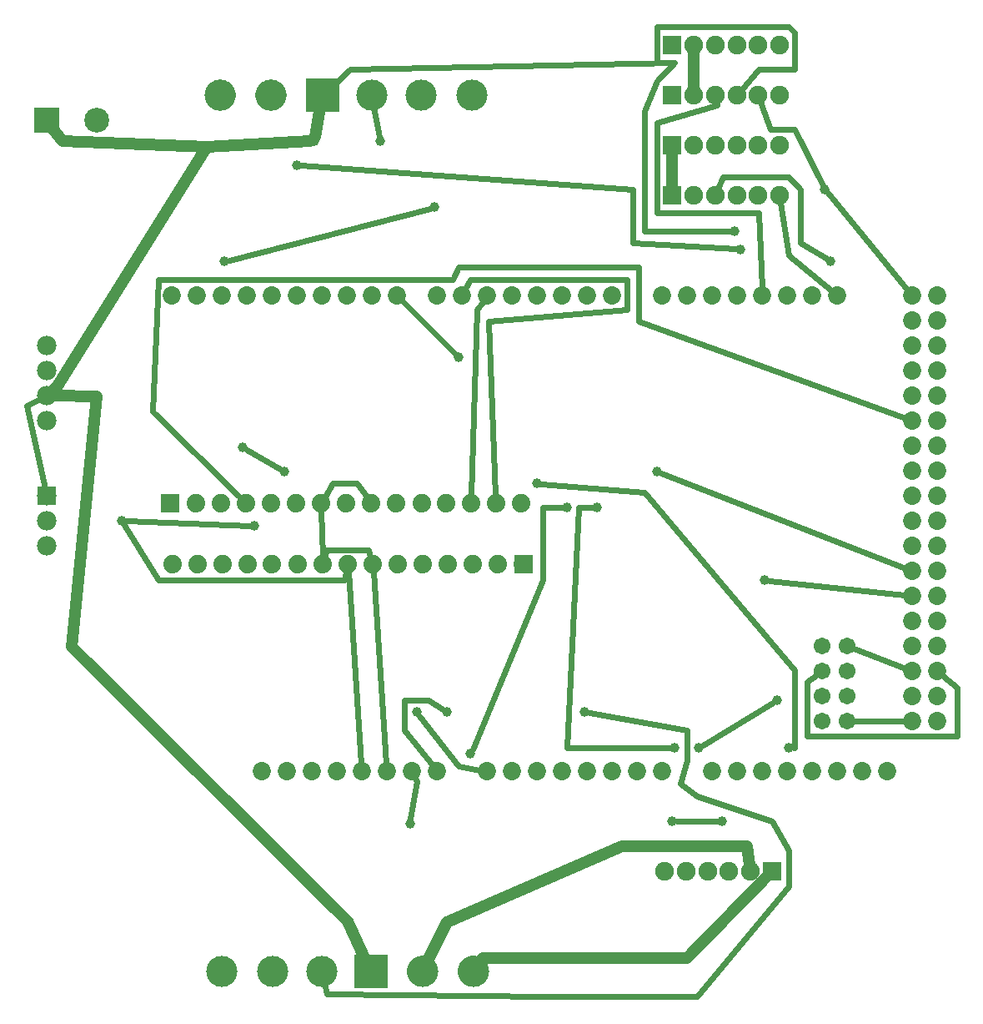
<source format=gbl>
G04 MADE WITH FRITZING*
G04 WWW.FRITZING.ORG*
G04 DOUBLE SIDED*
G04 HOLES PLATED*
G04 CONTOUR ON CENTER OF CONTOUR VECTOR*
%ASAXBY*%
%FSLAX23Y23*%
%MOIN*%
%OFA0B0*%
%SFA1.0B1.0*%
%ADD10C,0.078000*%
%ADD11C,0.099055*%
%ADD12C,0.075000*%
%ADD13C,0.067278*%
%ADD14C,0.072917*%
%ADD15C,0.074000*%
%ADD16C,0.124111*%
%ADD17C,0.124125*%
%ADD18C,0.039370*%
%ADD19R,0.099055X0.099055*%
%ADD20R,0.078000X0.078000*%
%ADD21R,0.075000X0.075000*%
%ADD22R,0.072555X0.072555*%
%ADD23R,0.132161X0.132161*%
%ADD24C,0.024000*%
%ADD25C,0.048000*%
%ADD26R,0.001000X0.001000*%
%LNCOPPER0*%
G90*
G70*
G54D10*
X285Y2717D03*
X285Y2617D03*
X285Y2517D03*
X285Y2417D03*
G54D11*
X285Y3617D03*
X485Y3617D03*
G54D10*
X285Y2117D03*
X285Y2017D03*
X285Y1917D03*
G54D12*
X2785Y3317D03*
X2871Y3317D03*
X2958Y3317D03*
X3044Y3317D03*
X3130Y3317D03*
X3216Y3317D03*
X2785Y3517D03*
X2871Y3517D03*
X2958Y3517D03*
X3044Y3517D03*
X3130Y3517D03*
X3216Y3517D03*
X2785Y3917D03*
X2871Y3917D03*
X2958Y3917D03*
X3044Y3917D03*
X3130Y3917D03*
X3216Y3917D03*
X2785Y3717D03*
X2871Y3717D03*
X2958Y3717D03*
X3044Y3717D03*
X3130Y3717D03*
X3216Y3717D03*
G54D13*
X3385Y1217D03*
X3385Y1316D03*
X3385Y1416D03*
X3385Y1517D03*
X3485Y1217D03*
X3485Y1316D03*
X3485Y1416D03*
X3485Y1517D03*
G54D12*
X3185Y617D03*
X3099Y617D03*
X3013Y617D03*
X2927Y617D03*
X2841Y617D03*
X2755Y617D03*
G54D14*
X3045Y1017D03*
X1445Y1017D03*
X3145Y1017D03*
X3245Y1017D03*
X3345Y1017D03*
X3445Y1017D03*
X3745Y2417D03*
X3545Y1017D03*
X3645Y1017D03*
X1485Y2917D03*
X2045Y1017D03*
X2145Y1017D03*
X2245Y1017D03*
X2345Y1017D03*
X3745Y1617D03*
X2445Y1017D03*
X2545Y1017D03*
X2645Y1017D03*
X2745Y1017D03*
X2245Y2917D03*
X3745Y2817D03*
X3745Y2017D03*
X3745Y1217D03*
X1085Y2917D03*
X1845Y1017D03*
X1845Y2917D03*
X3745Y2617D03*
X3745Y2217D03*
X3745Y1817D03*
X3445Y2917D03*
X3745Y1417D03*
X3345Y2917D03*
X3245Y2917D03*
X3145Y2917D03*
X3045Y2917D03*
X2945Y2917D03*
X2845Y2917D03*
X2745Y2917D03*
X885Y2917D03*
X1285Y2917D03*
X1685Y2917D03*
X1245Y1017D03*
X1645Y1017D03*
X2445Y2917D03*
X2045Y2917D03*
X3745Y2917D03*
X3745Y2717D03*
X3745Y2517D03*
X3745Y2317D03*
X3745Y2117D03*
X3745Y1917D03*
X3745Y1717D03*
X3745Y1517D03*
X3745Y1317D03*
X785Y2917D03*
X985Y2917D03*
X1185Y2917D03*
X1385Y2917D03*
X1585Y2917D03*
X1145Y1017D03*
X1345Y1017D03*
X1545Y1017D03*
X1745Y1017D03*
X2545Y2917D03*
X2345Y2917D03*
X2145Y2917D03*
X1945Y2917D03*
X3845Y2917D03*
X3845Y2817D03*
X3845Y2717D03*
X3845Y2617D03*
X3845Y2517D03*
X3845Y2417D03*
X3845Y2317D03*
X3845Y2217D03*
X3845Y2117D03*
X3845Y2017D03*
X3845Y1917D03*
X3845Y1817D03*
X3845Y1717D03*
X3845Y1617D03*
X3845Y1517D03*
X3845Y1417D03*
X3845Y1317D03*
X3845Y1217D03*
X2945Y1017D03*
G54D15*
X2190Y1845D03*
X2089Y1845D03*
X1989Y1845D03*
X1889Y1845D03*
X1790Y1845D03*
X1689Y1845D03*
X1589Y1845D03*
X1489Y1845D03*
X1387Y1844D03*
X1290Y1845D03*
X1184Y1845D03*
X1088Y1845D03*
X989Y1845D03*
X890Y1845D03*
X789Y1845D03*
G54D16*
X985Y217D03*
X1188Y217D03*
X1386Y217D03*
G54D17*
X1583Y217D03*
X1789Y217D03*
G54D16*
X1991Y217D03*
G54D15*
X780Y2088D03*
X881Y2088D03*
X982Y2088D03*
X1081Y2088D03*
X1181Y2088D03*
X1282Y2088D03*
X1382Y2088D03*
X1482Y2088D03*
X1583Y2089D03*
X1681Y2088D03*
X1786Y2088D03*
X1882Y2088D03*
X1982Y2088D03*
X2081Y2088D03*
X2181Y2088D03*
G54D16*
X1985Y3717D03*
X1783Y3717D03*
X1585Y3717D03*
G54D17*
X1388Y3717D03*
X1182Y3717D03*
G54D16*
X980Y3717D03*
G54D18*
X1932Y2670D03*
X2244Y2166D03*
X3252Y1110D03*
X3204Y1302D03*
X2892Y1110D03*
X1980Y1086D03*
X2364Y2070D03*
X2724Y2214D03*
X3156Y1782D03*
X2796Y1110D03*
X2484Y2070D03*
X1068Y2310D03*
X1236Y2214D03*
X3420Y3054D03*
X1737Y809D03*
X1356Y3534D03*
X3036Y3174D03*
X1116Y1998D03*
X3060Y3102D03*
X1284Y3438D03*
X3396Y3342D03*
X2785Y817D03*
X2985Y817D03*
X1764Y1254D03*
X2436Y1254D03*
X1884Y1254D03*
X1620Y3534D03*
X1836Y3270D03*
X996Y3054D03*
X585Y2017D03*
G54D19*
X285Y3617D03*
G54D20*
X285Y2117D03*
G54D21*
X2785Y3317D03*
X2785Y3517D03*
X2785Y3917D03*
X2785Y3717D03*
X3185Y617D03*
G54D22*
X2191Y1845D03*
G54D23*
X1582Y217D03*
G54D22*
X780Y2088D03*
G54D23*
X1389Y3716D03*
G54D24*
X3717Y1427D02*
X3511Y1506D01*
D02*
X2027Y2892D02*
X2004Y2862D01*
X2004Y2862D02*
X1983Y2120D01*
D02*
X3868Y1397D02*
X3924Y1350D01*
X3924Y1350D02*
X3924Y1158D01*
X3924Y1158D02*
X3324Y1158D01*
X3324Y1158D02*
X3324Y1374D01*
X3324Y1374D02*
X3362Y1400D01*
D02*
X1707Y2895D02*
X1919Y2683D01*
D02*
X2263Y2164D02*
X2676Y2130D01*
X2676Y2130D02*
X3276Y1422D01*
X3276Y1422D02*
X3276Y1110D01*
X3276Y1110D02*
X3271Y1110D01*
D02*
X3188Y1292D02*
X2908Y1120D01*
D02*
X1960Y2943D02*
X1980Y2982D01*
X1980Y2982D02*
X2604Y2982D01*
X2604Y2982D02*
X2604Y2862D01*
X2604Y2862D02*
X2052Y2814D01*
X2052Y2814D02*
X2080Y2120D01*
G54D25*
D02*
X3165Y596D02*
X2844Y270D01*
X2844Y270D02*
X2028Y270D01*
X2028Y270D02*
X2017Y254D01*
D02*
X2785Y3345D02*
X2785Y3488D01*
D02*
X3095Y645D02*
X3085Y716D01*
D02*
X3085Y716D02*
X2586Y716D01*
D02*
X1884Y415D02*
X1813Y267D01*
D02*
X2586Y716D02*
X1884Y415D01*
G54D24*
D02*
X1987Y1103D02*
X2268Y1782D01*
X2268Y1782D02*
X2268Y2070D01*
X2268Y2070D02*
X2345Y2070D01*
G54D25*
D02*
X2871Y3888D02*
X2871Y3745D01*
G54D24*
D02*
X3717Y1827D02*
X2742Y2207D01*
D02*
X3175Y1779D02*
X3715Y1720D01*
D02*
X2777Y1110D02*
X2364Y1110D01*
X2364Y1110D02*
X2412Y2070D01*
X2412Y2070D02*
X2465Y2070D01*
D02*
X1059Y2110D02*
X708Y2454D01*
X708Y2454D02*
X732Y2982D01*
X732Y2982D02*
X1908Y2982D01*
X1908Y2982D02*
X1932Y3030D01*
X1932Y3030D02*
X2652Y3030D01*
X2652Y3030D02*
X2652Y2814D01*
X2652Y2814D02*
X3717Y2427D01*
D02*
X3144Y2947D02*
X3132Y3246D01*
X3132Y3246D02*
X2724Y3246D01*
X2724Y3246D02*
X2724Y3606D01*
X2724Y3606D02*
X2964Y3678D01*
X2964Y3678D02*
X2962Y3688D01*
D02*
X1084Y2300D02*
X1220Y2223D01*
D02*
X3220Y3288D02*
X3252Y3078D01*
X3252Y3078D02*
X3422Y2936D01*
D02*
X2969Y3343D02*
X2988Y3390D01*
X2988Y3390D02*
X3252Y3390D01*
X3252Y3390D02*
X3300Y3342D01*
X3300Y3342D02*
X3300Y3126D01*
X3300Y3126D02*
X3404Y3063D01*
D02*
X1396Y1874D02*
X1404Y1902D01*
X1404Y1902D02*
X1572Y1902D01*
X1572Y1902D02*
X1580Y1875D01*
D02*
X1383Y2057D02*
X1387Y1876D01*
D02*
X1564Y2113D02*
X1524Y2166D01*
X1524Y2166D02*
X1428Y2166D01*
X1428Y2166D02*
X1398Y2115D01*
D02*
X1643Y1047D02*
X1591Y1814D01*
D02*
X3513Y1217D02*
X3715Y1217D01*
D02*
X1740Y827D02*
X1764Y978D01*
X1764Y978D02*
X1758Y989D01*
G54D25*
D02*
X1380Y3672D02*
X1359Y3552D01*
D02*
X308Y2536D02*
X324Y2550D01*
X324Y2550D02*
X924Y3510D01*
X924Y3510D02*
X1337Y3533D01*
G54D24*
D02*
X279Y2146D02*
X204Y2478D01*
X204Y2478D02*
X258Y2504D01*
G54D25*
D02*
X310Y3584D02*
X348Y3534D01*
X348Y3534D02*
X924Y3510D01*
G54D24*
D02*
X3062Y3738D02*
X3132Y3822D01*
X3132Y3822D02*
X3276Y3822D01*
X3276Y3822D02*
X3276Y3966D01*
X3276Y3966D02*
X3252Y3990D01*
X3252Y3990D02*
X2724Y3990D01*
X2724Y3990D02*
X2724Y3846D01*
X2724Y3846D02*
X2796Y3846D01*
X2796Y3846D02*
X1500Y3822D01*
X1500Y3822D02*
X1421Y3748D01*
D02*
X3017Y3174D02*
X2676Y3174D01*
X2676Y3174D02*
X2676Y3654D01*
X2676Y3654D02*
X2724Y3774D01*
X2724Y3774D02*
X2796Y3846D01*
D02*
X1097Y1998D02*
X604Y2017D01*
D02*
X595Y2001D02*
X732Y1782D01*
X732Y1782D02*
X1476Y1782D01*
X1476Y1782D02*
X1483Y1814D01*
D02*
X1543Y1047D02*
X1491Y1814D01*
D02*
X3041Y3103D02*
X2628Y3126D01*
X2628Y3126D02*
X2628Y3342D01*
X2628Y3342D02*
X1303Y3436D01*
D02*
X3408Y3327D02*
X3726Y2940D01*
D02*
X3140Y3690D02*
X3180Y3582D01*
X3180Y3582D02*
X3276Y3582D01*
X3276Y3582D02*
X3388Y3359D01*
D02*
X2804Y817D02*
X2966Y817D01*
D02*
X1776Y1239D02*
X1932Y1038D01*
X1932Y1038D02*
X2016Y1022D01*
D02*
X1395Y172D02*
X1404Y126D01*
X1404Y126D02*
X2286Y117D01*
D02*
X2286Y117D02*
X2885Y117D01*
D02*
X2885Y117D02*
X3252Y558D01*
X3252Y558D02*
X3252Y702D01*
D02*
X2886Y918D02*
X2820Y966D01*
D02*
X3186Y817D02*
X2886Y918D01*
D02*
X3252Y702D02*
X3186Y817D01*
D02*
X2820Y966D02*
X2844Y1062D01*
X2844Y1062D02*
X2844Y1182D01*
X2844Y1182D02*
X2455Y1250D01*
D02*
X1868Y1264D02*
X1812Y1302D01*
X1812Y1302D02*
X1716Y1302D01*
X1716Y1302D02*
X1716Y1182D01*
X1716Y1182D02*
X1827Y1040D01*
D02*
X1593Y3672D02*
X1616Y3552D01*
D02*
X1818Y3265D02*
X1014Y3058D01*
G54D25*
D02*
X384Y1515D02*
X486Y2515D01*
D02*
X486Y2515D02*
X315Y2516D01*
D02*
X1487Y416D02*
X384Y1515D01*
D02*
X1563Y257D02*
X1487Y416D01*
G54D26*
X972Y3779D02*
X986Y3779D01*
X1174Y3779D02*
X1188Y3779D01*
X1380Y3779D02*
X1394Y3779D01*
X966Y3778D02*
X992Y3778D01*
X1168Y3778D02*
X1194Y3778D01*
X1374Y3778D02*
X1400Y3778D01*
X962Y3777D02*
X996Y3777D01*
X1165Y3777D02*
X1198Y3777D01*
X1371Y3777D02*
X1404Y3777D01*
X959Y3776D02*
X999Y3776D01*
X1161Y3776D02*
X1201Y3776D01*
X1367Y3776D02*
X1407Y3776D01*
X956Y3775D02*
X1002Y3775D01*
X1159Y3775D02*
X1204Y3775D01*
X1365Y3775D02*
X1410Y3775D01*
X954Y3774D02*
X1004Y3774D01*
X1156Y3774D02*
X1206Y3774D01*
X1362Y3774D02*
X1412Y3774D01*
X952Y3773D02*
X1006Y3773D01*
X1154Y3773D02*
X1208Y3773D01*
X1360Y3773D02*
X1414Y3773D01*
X950Y3772D02*
X1008Y3772D01*
X1152Y3772D02*
X1210Y3772D01*
X1358Y3772D02*
X1416Y3772D01*
X948Y3771D02*
X1010Y3771D01*
X1151Y3771D02*
X1212Y3771D01*
X1357Y3771D02*
X1418Y3771D01*
X946Y3770D02*
X1011Y3770D01*
X1149Y3770D02*
X1214Y3770D01*
X1355Y3770D02*
X1420Y3770D01*
X945Y3769D02*
X1013Y3769D01*
X1147Y3769D02*
X1215Y3769D01*
X1353Y3769D02*
X1421Y3769D01*
X943Y3768D02*
X1014Y3768D01*
X1146Y3768D02*
X1217Y3768D01*
X1352Y3768D02*
X1423Y3768D01*
X942Y3767D02*
X1015Y3767D01*
X1145Y3767D02*
X1218Y3767D01*
X1351Y3767D02*
X1424Y3767D01*
X941Y3766D02*
X1017Y3766D01*
X1143Y3766D02*
X1219Y3766D01*
X1349Y3766D02*
X1425Y3766D01*
X939Y3765D02*
X1018Y3765D01*
X1142Y3765D02*
X1221Y3765D01*
X1348Y3765D02*
X1427Y3765D01*
X938Y3764D02*
X1019Y3764D01*
X1141Y3764D02*
X1222Y3764D01*
X1347Y3764D02*
X1428Y3764D01*
X937Y3763D02*
X1020Y3763D01*
X1140Y3763D02*
X1223Y3763D01*
X1346Y3763D02*
X1429Y3763D01*
X936Y3762D02*
X1021Y3762D01*
X1139Y3762D02*
X1224Y3762D01*
X1345Y3762D02*
X1430Y3762D01*
X935Y3761D02*
X1022Y3761D01*
X1138Y3761D02*
X1225Y3761D01*
X1344Y3761D02*
X1431Y3761D01*
X934Y3760D02*
X1023Y3760D01*
X1137Y3760D02*
X1226Y3760D01*
X1343Y3760D02*
X1432Y3760D01*
X933Y3759D02*
X1024Y3759D01*
X1136Y3759D02*
X1227Y3759D01*
X1342Y3759D02*
X1433Y3759D01*
X932Y3758D02*
X1025Y3758D01*
X1135Y3758D02*
X1228Y3758D01*
X1341Y3758D02*
X1434Y3758D01*
X932Y3757D02*
X1026Y3757D01*
X1134Y3757D02*
X1229Y3757D01*
X1340Y3757D02*
X1435Y3757D01*
X931Y3756D02*
X1027Y3756D01*
X1133Y3756D02*
X1229Y3756D01*
X1339Y3756D02*
X1435Y3756D01*
X930Y3755D02*
X1028Y3755D01*
X1133Y3755D02*
X1230Y3755D01*
X1338Y3755D02*
X1436Y3755D01*
X929Y3754D02*
X1028Y3754D01*
X1132Y3754D02*
X1231Y3754D01*
X1338Y3754D02*
X1437Y3754D01*
X929Y3753D02*
X1029Y3753D01*
X1131Y3753D02*
X1232Y3753D01*
X1337Y3753D02*
X1438Y3753D01*
X928Y3752D02*
X1030Y3752D01*
X1130Y3752D02*
X1232Y3752D01*
X1336Y3752D02*
X1438Y3752D01*
X927Y3751D02*
X971Y3751D01*
X987Y3751D02*
X1030Y3751D01*
X1130Y3751D02*
X1173Y3751D01*
X1189Y3751D02*
X1233Y3751D01*
X1336Y3751D02*
X1379Y3751D01*
X1395Y3751D02*
X1439Y3751D01*
X927Y3750D02*
X967Y3750D01*
X990Y3750D02*
X1031Y3750D01*
X1129Y3750D02*
X1170Y3750D01*
X1193Y3750D02*
X1234Y3750D01*
X1335Y3750D02*
X1376Y3750D01*
X1399Y3750D02*
X1439Y3750D01*
X926Y3749D02*
X965Y3749D01*
X993Y3749D02*
X1032Y3749D01*
X1128Y3749D02*
X1167Y3749D01*
X1195Y3749D02*
X1234Y3749D01*
X1334Y3749D02*
X1373Y3749D01*
X1401Y3749D02*
X1440Y3749D01*
X925Y3748D02*
X963Y3748D01*
X995Y3748D02*
X1032Y3748D01*
X1128Y3748D02*
X1165Y3748D01*
X1197Y3748D02*
X1235Y3748D01*
X1334Y3748D02*
X1371Y3748D01*
X1403Y3748D02*
X1441Y3748D01*
X925Y3747D02*
X961Y3747D01*
X997Y3747D02*
X1033Y3747D01*
X1127Y3747D02*
X1163Y3747D01*
X1199Y3747D02*
X1235Y3747D01*
X1333Y3747D02*
X1369Y3747D01*
X1405Y3747D02*
X1441Y3747D01*
X924Y3746D02*
X959Y3746D01*
X998Y3746D02*
X1033Y3746D01*
X1127Y3746D02*
X1162Y3746D01*
X1201Y3746D02*
X1236Y3746D01*
X1333Y3746D02*
X1368Y3746D01*
X1407Y3746D02*
X1442Y3746D01*
X924Y3745D02*
X958Y3745D01*
X1000Y3745D02*
X1034Y3745D01*
X1126Y3745D02*
X1160Y3745D01*
X1202Y3745D02*
X1236Y3745D01*
X1332Y3745D02*
X1366Y3745D01*
X1408Y3745D02*
X1442Y3745D01*
X923Y3744D02*
X957Y3744D01*
X1001Y3744D02*
X1034Y3744D01*
X1126Y3744D02*
X1159Y3744D01*
X1204Y3744D02*
X1237Y3744D01*
X1332Y3744D02*
X1365Y3744D01*
X1410Y3744D02*
X1443Y3744D01*
X923Y3743D02*
X955Y3743D01*
X1002Y3743D02*
X1035Y3743D01*
X1125Y3743D02*
X1158Y3743D01*
X1205Y3743D02*
X1237Y3743D01*
X1331Y3743D02*
X1364Y3743D01*
X1411Y3743D02*
X1443Y3743D01*
X922Y3742D02*
X954Y3742D01*
X1003Y3742D02*
X1035Y3742D01*
X1125Y3742D02*
X1157Y3742D01*
X1206Y3742D02*
X1238Y3742D01*
X1331Y3742D02*
X1363Y3742D01*
X1412Y3742D02*
X1444Y3742D01*
X922Y3741D02*
X953Y3741D01*
X1004Y3741D02*
X1036Y3741D01*
X1124Y3741D02*
X1156Y3741D01*
X1207Y3741D02*
X1238Y3741D01*
X1330Y3741D02*
X1362Y3741D01*
X1413Y3741D02*
X1444Y3741D01*
X922Y3740D02*
X952Y3740D01*
X1005Y3740D02*
X1036Y3740D01*
X1124Y3740D02*
X1155Y3740D01*
X1208Y3740D02*
X1239Y3740D01*
X1330Y3740D02*
X1361Y3740D01*
X1414Y3740D02*
X1445Y3740D01*
X921Y3739D02*
X952Y3739D01*
X1006Y3739D02*
X1036Y3739D01*
X1124Y3739D02*
X1154Y3739D01*
X1209Y3739D02*
X1239Y3739D01*
X1330Y3739D02*
X1360Y3739D01*
X1414Y3739D02*
X1445Y3739D01*
X921Y3738D02*
X951Y3738D01*
X1007Y3738D02*
X1037Y3738D01*
X1123Y3738D02*
X1153Y3738D01*
X1209Y3738D02*
X1239Y3738D01*
X1329Y3738D02*
X1359Y3738D01*
X1415Y3738D02*
X1445Y3738D01*
X920Y3737D02*
X950Y3737D01*
X1008Y3737D02*
X1037Y3737D01*
X1123Y3737D02*
X1153Y3737D01*
X1210Y3737D02*
X1240Y3737D01*
X1329Y3737D02*
X1359Y3737D01*
X1416Y3737D02*
X1446Y3737D01*
X920Y3736D02*
X949Y3736D01*
X1008Y3736D02*
X1037Y3736D01*
X1123Y3736D02*
X1152Y3736D01*
X1211Y3736D02*
X1240Y3736D01*
X1329Y3736D02*
X1358Y3736D01*
X1417Y3736D02*
X1446Y3736D01*
X920Y3735D02*
X949Y3735D01*
X1009Y3735D02*
X1038Y3735D01*
X1122Y3735D02*
X1151Y3735D01*
X1211Y3735D02*
X1240Y3735D01*
X1328Y3735D02*
X1357Y3735D01*
X1417Y3735D02*
X1446Y3735D01*
X920Y3734D02*
X948Y3734D01*
X1009Y3734D02*
X1038Y3734D01*
X1122Y3734D02*
X1151Y3734D01*
X1212Y3734D02*
X1241Y3734D01*
X1328Y3734D02*
X1357Y3734D01*
X1418Y3734D02*
X1446Y3734D01*
X919Y3733D02*
X948Y3733D01*
X1010Y3733D02*
X1038Y3733D01*
X1122Y3733D02*
X1150Y3733D01*
X1212Y3733D02*
X1241Y3733D01*
X1328Y3733D02*
X1356Y3733D01*
X1418Y3733D02*
X1447Y3733D01*
X919Y3732D02*
X947Y3732D01*
X1010Y3732D02*
X1038Y3732D01*
X1122Y3732D02*
X1150Y3732D01*
X1213Y3732D02*
X1241Y3732D01*
X1328Y3732D02*
X1356Y3732D01*
X1419Y3732D02*
X1447Y3732D01*
X919Y3731D02*
X947Y3731D01*
X1011Y3731D02*
X1039Y3731D01*
X1121Y3731D02*
X1149Y3731D01*
X1213Y3731D02*
X1241Y3731D01*
X1327Y3731D02*
X1355Y3731D01*
X1419Y3731D02*
X1447Y3731D01*
X919Y3730D02*
X946Y3730D01*
X1011Y3730D02*
X1039Y3730D01*
X1121Y3730D02*
X1149Y3730D01*
X1214Y3730D02*
X1242Y3730D01*
X1327Y3730D02*
X1355Y3730D01*
X1420Y3730D02*
X1447Y3730D01*
X918Y3729D02*
X946Y3729D01*
X1012Y3729D02*
X1039Y3729D01*
X1121Y3729D02*
X1149Y3729D01*
X1214Y3729D02*
X1242Y3729D01*
X1327Y3729D02*
X1355Y3729D01*
X1420Y3729D02*
X1448Y3729D01*
X918Y3728D02*
X946Y3728D01*
X1012Y3728D02*
X1039Y3728D01*
X1121Y3728D02*
X1148Y3728D01*
X1214Y3728D02*
X1242Y3728D01*
X1327Y3728D02*
X1354Y3728D01*
X1420Y3728D02*
X1448Y3728D01*
X918Y3727D02*
X945Y3727D01*
X1012Y3727D02*
X1039Y3727D01*
X1121Y3727D02*
X1148Y3727D01*
X1215Y3727D02*
X1242Y3727D01*
X1327Y3727D02*
X1354Y3727D01*
X1421Y3727D02*
X1448Y3727D01*
X918Y3726D02*
X945Y3726D01*
X1013Y3726D02*
X1040Y3726D01*
X1120Y3726D02*
X1148Y3726D01*
X1215Y3726D02*
X1242Y3726D01*
X1326Y3726D02*
X1354Y3726D01*
X1421Y3726D02*
X1448Y3726D01*
X918Y3725D02*
X945Y3725D01*
X1013Y3725D02*
X1040Y3725D01*
X1120Y3725D02*
X1147Y3725D01*
X1215Y3725D02*
X1242Y3725D01*
X1326Y3725D02*
X1353Y3725D01*
X1421Y3725D02*
X1448Y3725D01*
X918Y3724D02*
X945Y3724D01*
X1013Y3724D02*
X1040Y3724D01*
X1120Y3724D02*
X1147Y3724D01*
X1216Y3724D02*
X1242Y3724D01*
X1326Y3724D02*
X1353Y3724D01*
X1421Y3724D02*
X1448Y3724D01*
X918Y3723D02*
X944Y3723D01*
X1013Y3723D02*
X1040Y3723D01*
X1120Y3723D02*
X1147Y3723D01*
X1216Y3723D02*
X1243Y3723D01*
X1326Y3723D02*
X1353Y3723D01*
X1422Y3723D02*
X1449Y3723D01*
X918Y3722D02*
X944Y3722D01*
X1013Y3722D02*
X1040Y3722D01*
X1120Y3722D02*
X1147Y3722D01*
X1216Y3722D02*
X1243Y3722D01*
X1326Y3722D02*
X1353Y3722D01*
X1422Y3722D02*
X1449Y3722D01*
X917Y3721D02*
X944Y3721D01*
X1013Y3721D02*
X1040Y3721D01*
X1120Y3721D02*
X1147Y3721D01*
X1216Y3721D02*
X1243Y3721D01*
X1326Y3721D02*
X1353Y3721D01*
X1422Y3721D02*
X1449Y3721D01*
X917Y3720D02*
X944Y3720D01*
X1013Y3720D02*
X1040Y3720D01*
X1120Y3720D02*
X1147Y3720D01*
X1216Y3720D02*
X1243Y3720D01*
X1326Y3720D02*
X1353Y3720D01*
X1422Y3720D02*
X1449Y3720D01*
X917Y3719D02*
X944Y3719D01*
X1014Y3719D02*
X1040Y3719D01*
X1120Y3719D02*
X1147Y3719D01*
X1216Y3719D02*
X1243Y3719D01*
X1326Y3719D02*
X1353Y3719D01*
X1422Y3719D02*
X1449Y3719D01*
X917Y3718D02*
X944Y3718D01*
X1014Y3718D02*
X1040Y3718D01*
X1120Y3718D02*
X1147Y3718D01*
X1216Y3718D02*
X1243Y3718D01*
X1326Y3718D02*
X1353Y3718D01*
X1422Y3718D02*
X1449Y3718D01*
X917Y3717D02*
X944Y3717D01*
X1014Y3717D02*
X1040Y3717D01*
X1120Y3717D02*
X1147Y3717D01*
X1216Y3717D02*
X1243Y3717D01*
X1326Y3717D02*
X1353Y3717D01*
X1422Y3717D02*
X1449Y3717D01*
X917Y3716D02*
X944Y3716D01*
X1014Y3716D02*
X1040Y3716D01*
X1120Y3716D02*
X1147Y3716D01*
X1216Y3716D02*
X1243Y3716D01*
X1326Y3716D02*
X1353Y3716D01*
X1422Y3716D02*
X1449Y3716D01*
X917Y3715D02*
X944Y3715D01*
X1013Y3715D02*
X1040Y3715D01*
X1120Y3715D02*
X1147Y3715D01*
X1216Y3715D02*
X1243Y3715D01*
X1326Y3715D02*
X1353Y3715D01*
X1422Y3715D02*
X1449Y3715D01*
X917Y3714D02*
X944Y3714D01*
X1013Y3714D02*
X1040Y3714D01*
X1120Y3714D02*
X1147Y3714D01*
X1216Y3714D02*
X1243Y3714D01*
X1326Y3714D02*
X1353Y3714D01*
X1422Y3714D02*
X1449Y3714D01*
X918Y3713D02*
X944Y3713D01*
X1013Y3713D02*
X1040Y3713D01*
X1120Y3713D02*
X1147Y3713D01*
X1216Y3713D02*
X1243Y3713D01*
X1326Y3713D02*
X1353Y3713D01*
X1422Y3713D02*
X1449Y3713D01*
X918Y3712D02*
X944Y3712D01*
X1013Y3712D02*
X1040Y3712D01*
X1120Y3712D02*
X1147Y3712D01*
X1216Y3712D02*
X1243Y3712D01*
X1326Y3712D02*
X1353Y3712D01*
X1422Y3712D02*
X1449Y3712D01*
X918Y3711D02*
X945Y3711D01*
X1013Y3711D02*
X1040Y3711D01*
X1120Y3711D02*
X1147Y3711D01*
X1216Y3711D02*
X1242Y3711D01*
X1326Y3711D02*
X1353Y3711D01*
X1421Y3711D02*
X1448Y3711D01*
X918Y3710D02*
X945Y3710D01*
X1013Y3710D02*
X1040Y3710D01*
X1120Y3710D02*
X1147Y3710D01*
X1215Y3710D02*
X1242Y3710D01*
X1326Y3710D02*
X1353Y3710D01*
X1421Y3710D02*
X1448Y3710D01*
X918Y3709D02*
X945Y3709D01*
X1013Y3709D02*
X1040Y3709D01*
X1120Y3709D02*
X1148Y3709D01*
X1215Y3709D02*
X1242Y3709D01*
X1326Y3709D02*
X1354Y3709D01*
X1421Y3709D02*
X1448Y3709D01*
X918Y3708D02*
X945Y3708D01*
X1012Y3708D02*
X1039Y3708D01*
X1121Y3708D02*
X1148Y3708D01*
X1215Y3708D02*
X1242Y3708D01*
X1327Y3708D02*
X1354Y3708D01*
X1421Y3708D02*
X1448Y3708D01*
X918Y3707D02*
X946Y3707D01*
X1012Y3707D02*
X1039Y3707D01*
X1121Y3707D02*
X1148Y3707D01*
X1214Y3707D02*
X1242Y3707D01*
X1327Y3707D02*
X1354Y3707D01*
X1420Y3707D02*
X1448Y3707D01*
X918Y3706D02*
X946Y3706D01*
X1012Y3706D02*
X1039Y3706D01*
X1121Y3706D02*
X1148Y3706D01*
X1214Y3706D02*
X1242Y3706D01*
X1327Y3706D02*
X1354Y3706D01*
X1420Y3706D02*
X1448Y3706D01*
X919Y3705D02*
X946Y3705D01*
X1011Y3705D02*
X1039Y3705D01*
X1121Y3705D02*
X1149Y3705D01*
X1214Y3705D02*
X1242Y3705D01*
X1327Y3705D02*
X1355Y3705D01*
X1420Y3705D02*
X1447Y3705D01*
X919Y3704D02*
X947Y3704D01*
X1011Y3704D02*
X1039Y3704D01*
X1121Y3704D02*
X1149Y3704D01*
X1213Y3704D02*
X1241Y3704D01*
X1327Y3704D02*
X1355Y3704D01*
X1419Y3704D02*
X1447Y3704D01*
X919Y3703D02*
X947Y3703D01*
X1010Y3703D02*
X1039Y3703D01*
X1122Y3703D02*
X1150Y3703D01*
X1213Y3703D02*
X1241Y3703D01*
X1328Y3703D02*
X1356Y3703D01*
X1419Y3703D02*
X1447Y3703D01*
X919Y3702D02*
X948Y3702D01*
X1010Y3702D02*
X1038Y3702D01*
X1122Y3702D02*
X1150Y3702D01*
X1212Y3702D02*
X1241Y3702D01*
X1328Y3702D02*
X1356Y3702D01*
X1418Y3702D02*
X1447Y3702D01*
X920Y3701D02*
X948Y3701D01*
X1009Y3701D02*
X1038Y3701D01*
X1122Y3701D02*
X1151Y3701D01*
X1212Y3701D02*
X1241Y3701D01*
X1328Y3701D02*
X1357Y3701D01*
X1418Y3701D02*
X1446Y3701D01*
X920Y3700D02*
X949Y3700D01*
X1009Y3700D02*
X1038Y3700D01*
X1122Y3700D02*
X1151Y3700D01*
X1211Y3700D02*
X1240Y3700D01*
X1328Y3700D02*
X1357Y3700D01*
X1417Y3700D02*
X1446Y3700D01*
X920Y3699D02*
X949Y3699D01*
X1008Y3699D02*
X1037Y3699D01*
X1123Y3699D02*
X1152Y3699D01*
X1211Y3699D02*
X1240Y3699D01*
X1329Y3699D02*
X1358Y3699D01*
X1417Y3699D02*
X1446Y3699D01*
X920Y3698D02*
X950Y3698D01*
X1008Y3698D02*
X1037Y3698D01*
X1123Y3698D02*
X1153Y3698D01*
X1210Y3698D02*
X1240Y3698D01*
X1329Y3698D02*
X1359Y3698D01*
X1416Y3698D02*
X1446Y3698D01*
X921Y3697D02*
X951Y3697D01*
X1007Y3697D02*
X1037Y3697D01*
X1123Y3697D02*
X1153Y3697D01*
X1209Y3697D02*
X1239Y3697D01*
X1329Y3697D02*
X1359Y3697D01*
X1415Y3697D02*
X1445Y3697D01*
X921Y3696D02*
X952Y3696D01*
X1006Y3696D02*
X1036Y3696D01*
X1124Y3696D02*
X1154Y3696D01*
X1209Y3696D02*
X1239Y3696D01*
X1330Y3696D02*
X1360Y3696D01*
X1415Y3696D02*
X1445Y3696D01*
X922Y3695D02*
X952Y3695D01*
X1005Y3695D02*
X1036Y3695D01*
X1124Y3695D02*
X1155Y3695D01*
X1208Y3695D02*
X1239Y3695D01*
X1330Y3695D02*
X1361Y3695D01*
X1414Y3695D02*
X1445Y3695D01*
X922Y3694D02*
X953Y3694D01*
X1004Y3694D02*
X1036Y3694D01*
X1124Y3694D02*
X1156Y3694D01*
X1207Y3694D02*
X1238Y3694D01*
X1330Y3694D02*
X1362Y3694D01*
X1413Y3694D02*
X1444Y3694D01*
X922Y3693D02*
X954Y3693D01*
X1003Y3693D02*
X1035Y3693D01*
X1125Y3693D02*
X1157Y3693D01*
X1206Y3693D02*
X1238Y3693D01*
X1331Y3693D02*
X1363Y3693D01*
X1412Y3693D02*
X1444Y3693D01*
X923Y3692D02*
X955Y3692D01*
X1002Y3692D02*
X1035Y3692D01*
X1125Y3692D02*
X1158Y3692D01*
X1205Y3692D02*
X1237Y3692D01*
X1331Y3692D02*
X1364Y3692D01*
X1411Y3692D02*
X1443Y3692D01*
X923Y3691D02*
X956Y3691D01*
X1001Y3691D02*
X1034Y3691D01*
X1126Y3691D02*
X1159Y3691D01*
X1204Y3691D02*
X1237Y3691D01*
X1332Y3691D02*
X1365Y3691D01*
X1410Y3691D02*
X1443Y3691D01*
X924Y3690D02*
X958Y3690D01*
X1000Y3690D02*
X1034Y3690D01*
X1126Y3690D02*
X1160Y3690D01*
X1202Y3690D02*
X1236Y3690D01*
X1332Y3690D02*
X1366Y3690D01*
X1408Y3690D02*
X1442Y3690D01*
X924Y3689D02*
X959Y3689D01*
X998Y3689D02*
X1033Y3689D01*
X1127Y3689D02*
X1162Y3689D01*
X1201Y3689D02*
X1236Y3689D01*
X1333Y3689D02*
X1368Y3689D01*
X1407Y3689D02*
X1442Y3689D01*
X925Y3688D02*
X961Y3688D01*
X997Y3688D02*
X1033Y3688D01*
X1127Y3688D02*
X1163Y3688D01*
X1199Y3688D02*
X1235Y3688D01*
X1333Y3688D02*
X1369Y3688D01*
X1405Y3688D02*
X1441Y3688D01*
X925Y3687D02*
X963Y3687D01*
X995Y3687D02*
X1032Y3687D01*
X1128Y3687D02*
X1165Y3687D01*
X1197Y3687D02*
X1235Y3687D01*
X1334Y3687D02*
X1371Y3687D01*
X1403Y3687D02*
X1441Y3687D01*
X926Y3686D02*
X965Y3686D01*
X993Y3686D02*
X1032Y3686D01*
X1128Y3686D02*
X1167Y3686D01*
X1195Y3686D02*
X1234Y3686D01*
X1334Y3686D02*
X1373Y3686D01*
X1401Y3686D02*
X1440Y3686D01*
X927Y3685D02*
X967Y3685D01*
X990Y3685D02*
X1031Y3685D01*
X1129Y3685D02*
X1170Y3685D01*
X1193Y3685D02*
X1234Y3685D01*
X1335Y3685D02*
X1376Y3685D01*
X1399Y3685D02*
X1440Y3685D01*
X927Y3684D02*
X971Y3684D01*
X987Y3684D02*
X1030Y3684D01*
X1130Y3684D02*
X1173Y3684D01*
X1189Y3684D02*
X1233Y3684D01*
X1336Y3684D02*
X1379Y3684D01*
X1395Y3684D02*
X1439Y3684D01*
X928Y3683D02*
X1030Y3683D01*
X1130Y3683D02*
X1232Y3683D01*
X1336Y3683D02*
X1438Y3683D01*
X928Y3682D02*
X1029Y3682D01*
X1131Y3682D02*
X1232Y3682D01*
X1337Y3682D02*
X1438Y3682D01*
X929Y3681D02*
X1028Y3681D01*
X1132Y3681D02*
X1231Y3681D01*
X1338Y3681D02*
X1437Y3681D01*
X930Y3680D02*
X1028Y3680D01*
X1132Y3680D02*
X1230Y3680D01*
X1338Y3680D02*
X1436Y3680D01*
X931Y3679D02*
X1027Y3679D01*
X1133Y3679D02*
X1229Y3679D01*
X1339Y3679D02*
X1435Y3679D01*
X931Y3678D02*
X1026Y3678D01*
X1134Y3678D02*
X1229Y3678D01*
X1340Y3678D02*
X1435Y3678D01*
X932Y3677D02*
X1025Y3677D01*
X1135Y3677D02*
X1228Y3677D01*
X1341Y3677D02*
X1434Y3677D01*
X933Y3676D02*
X1024Y3676D01*
X1136Y3676D02*
X1227Y3676D01*
X1342Y3676D02*
X1433Y3676D01*
X934Y3675D02*
X1023Y3675D01*
X1137Y3675D02*
X1226Y3675D01*
X1343Y3675D02*
X1432Y3675D01*
X935Y3674D02*
X1023Y3674D01*
X1138Y3674D02*
X1225Y3674D01*
X1344Y3674D02*
X1431Y3674D01*
X936Y3673D02*
X1022Y3673D01*
X1139Y3673D02*
X1224Y3673D01*
X1345Y3673D02*
X1430Y3673D01*
X937Y3672D02*
X1020Y3672D01*
X1140Y3672D02*
X1223Y3672D01*
X1346Y3672D02*
X1429Y3672D01*
X938Y3671D02*
X1019Y3671D01*
X1141Y3671D02*
X1222Y3671D01*
X1347Y3671D02*
X1428Y3671D01*
X939Y3670D02*
X1018Y3670D01*
X1142Y3670D02*
X1221Y3670D01*
X1348Y3670D02*
X1427Y3670D01*
X941Y3669D02*
X1017Y3669D01*
X1143Y3669D02*
X1219Y3669D01*
X1349Y3669D02*
X1425Y3669D01*
X942Y3668D02*
X1016Y3668D01*
X1145Y3668D02*
X1218Y3668D01*
X1351Y3668D02*
X1424Y3668D01*
X943Y3667D02*
X1014Y3667D01*
X1146Y3667D02*
X1217Y3667D01*
X1352Y3667D02*
X1423Y3667D01*
X945Y3666D02*
X1013Y3666D01*
X1147Y3666D02*
X1215Y3666D01*
X1353Y3666D02*
X1421Y3666D01*
X946Y3665D02*
X1011Y3665D01*
X1149Y3665D02*
X1214Y3665D01*
X1355Y3665D02*
X1420Y3665D01*
X948Y3664D02*
X1010Y3664D01*
X1151Y3664D02*
X1212Y3664D01*
X1356Y3664D02*
X1418Y3664D01*
X950Y3663D02*
X1008Y3663D01*
X1152Y3663D02*
X1210Y3663D01*
X1358Y3663D02*
X1416Y3663D01*
X952Y3662D02*
X1006Y3662D01*
X1154Y3662D02*
X1208Y3662D01*
X1360Y3662D02*
X1414Y3662D01*
X954Y3661D02*
X1004Y3661D01*
X1156Y3661D02*
X1206Y3661D01*
X1362Y3661D02*
X1412Y3661D01*
X956Y3660D02*
X1002Y3660D01*
X1158Y3660D02*
X1204Y3660D01*
X1364Y3660D02*
X1410Y3660D01*
X959Y3659D02*
X999Y3659D01*
X1161Y3659D02*
X1201Y3659D01*
X1367Y3659D02*
X1407Y3659D01*
X962Y3658D02*
X996Y3658D01*
X1164Y3658D02*
X1198Y3658D01*
X1370Y3658D02*
X1404Y3658D01*
X966Y3657D02*
X992Y3657D01*
X1168Y3657D02*
X1194Y3657D01*
X1374Y3657D02*
X1400Y3657D01*
X972Y3656D02*
X986Y3656D01*
X1174Y3656D02*
X1188Y3656D01*
X1380Y3656D02*
X1394Y3656D01*
X1582Y280D02*
X1582Y280D01*
X1788Y280D02*
X1788Y280D01*
X1990Y280D02*
X1990Y280D01*
X1572Y279D02*
X1592Y279D01*
X1778Y279D02*
X1798Y279D01*
X1980Y279D02*
X2000Y279D01*
X1567Y278D02*
X1596Y278D01*
X1773Y278D02*
X1802Y278D01*
X1975Y278D02*
X2005Y278D01*
X1563Y277D02*
X1600Y277D01*
X1769Y277D02*
X1806Y277D01*
X1972Y277D02*
X2009Y277D01*
X1560Y276D02*
X1603Y276D01*
X1766Y276D02*
X1809Y276D01*
X1969Y276D02*
X2011Y276D01*
X1558Y275D02*
X1606Y275D01*
X1764Y275D02*
X1812Y275D01*
X1966Y275D02*
X2014Y275D01*
X1556Y274D02*
X1608Y274D01*
X1762Y274D02*
X1814Y274D01*
X1964Y274D02*
X2016Y274D01*
X1554Y273D02*
X1610Y273D01*
X1760Y273D02*
X1816Y273D01*
X1962Y273D02*
X2018Y273D01*
X1552Y272D02*
X1612Y272D01*
X1758Y272D02*
X1818Y272D01*
X1960Y272D02*
X2020Y272D01*
X1550Y271D02*
X1613Y271D01*
X1756Y271D02*
X1819Y271D01*
X1959Y271D02*
X2022Y271D01*
X1549Y270D02*
X1615Y270D01*
X1754Y270D02*
X1821Y270D01*
X1957Y270D02*
X2023Y270D01*
X1547Y269D02*
X1616Y269D01*
X1753Y269D02*
X1822Y269D01*
X1955Y269D02*
X2025Y269D01*
X1546Y268D02*
X1618Y268D01*
X1752Y268D02*
X1824Y268D01*
X1954Y268D02*
X2026Y268D01*
X1544Y267D02*
X1619Y267D01*
X1750Y267D02*
X1825Y267D01*
X1953Y267D02*
X2028Y267D01*
X1543Y266D02*
X1620Y266D01*
X1749Y266D02*
X1826Y266D01*
X1951Y266D02*
X2029Y266D01*
X1542Y265D02*
X1622Y265D01*
X1748Y265D02*
X1828Y265D01*
X1950Y265D02*
X2030Y265D01*
X1541Y264D02*
X1623Y264D01*
X1747Y264D02*
X1829Y264D01*
X1949Y264D02*
X2031Y264D01*
X1540Y263D02*
X1624Y263D01*
X1746Y263D02*
X1830Y263D01*
X1948Y263D02*
X2032Y263D01*
X1538Y262D02*
X1625Y262D01*
X1744Y262D02*
X1831Y262D01*
X1947Y262D02*
X2033Y262D01*
X1538Y261D02*
X1626Y261D01*
X1743Y261D02*
X1832Y261D01*
X1946Y261D02*
X2034Y261D01*
X1537Y260D02*
X1627Y260D01*
X1743Y260D02*
X1833Y260D01*
X1945Y260D02*
X2035Y260D01*
X1536Y259D02*
X1628Y259D01*
X1742Y259D02*
X1834Y259D01*
X1944Y259D02*
X2036Y259D01*
X1535Y258D02*
X1629Y258D01*
X1741Y258D02*
X1835Y258D01*
X1943Y258D02*
X2037Y258D01*
X1534Y257D02*
X1629Y257D01*
X1740Y257D02*
X1835Y257D01*
X1942Y257D02*
X2038Y257D01*
X1533Y256D02*
X1630Y256D01*
X1739Y256D02*
X1836Y256D01*
X1942Y256D02*
X2039Y256D01*
X1533Y255D02*
X1631Y255D01*
X1738Y255D02*
X1837Y255D01*
X1941Y255D02*
X2039Y255D01*
X1532Y254D02*
X1632Y254D01*
X1738Y254D02*
X1838Y254D01*
X1940Y254D02*
X2040Y254D01*
X1531Y253D02*
X1632Y253D01*
X1737Y253D02*
X1838Y253D01*
X1940Y253D02*
X2041Y253D01*
X1530Y252D02*
X1577Y252D01*
X1587Y252D02*
X1633Y252D01*
X1736Y252D02*
X1783Y252D01*
X1793Y252D02*
X1839Y252D01*
X1939Y252D02*
X1985Y252D01*
X1995Y252D02*
X2041Y252D01*
X1530Y251D02*
X1572Y251D01*
X1592Y251D02*
X1634Y251D01*
X1736Y251D02*
X1778Y251D01*
X1797Y251D02*
X1840Y251D01*
X1938Y251D02*
X1980Y251D01*
X2000Y251D02*
X2042Y251D01*
X1529Y250D02*
X1569Y250D01*
X1594Y250D02*
X1634Y250D01*
X1735Y250D02*
X1775Y250D01*
X1800Y250D02*
X1840Y250D01*
X1938Y250D02*
X1977Y250D01*
X2003Y250D02*
X2043Y250D01*
X1529Y249D02*
X1567Y249D01*
X1597Y249D02*
X1635Y249D01*
X1735Y249D02*
X1773Y249D01*
X1803Y249D02*
X1841Y249D01*
X1937Y249D02*
X1975Y249D01*
X2005Y249D02*
X2043Y249D01*
X1528Y248D02*
X1565Y248D01*
X1599Y248D02*
X1635Y248D01*
X1734Y248D02*
X1771Y248D01*
X1805Y248D02*
X1841Y248D01*
X1936Y248D02*
X1973Y248D01*
X2007Y248D02*
X2044Y248D01*
X1527Y247D02*
X1563Y247D01*
X1601Y247D02*
X1636Y247D01*
X1733Y247D02*
X1769Y247D01*
X1806Y247D02*
X1842Y247D01*
X1936Y247D02*
X1971Y247D01*
X2009Y247D02*
X2044Y247D01*
X1527Y246D02*
X1561Y246D01*
X1602Y246D02*
X1636Y246D01*
X1733Y246D02*
X1767Y246D01*
X1808Y246D02*
X1842Y246D01*
X1935Y246D02*
X1970Y246D01*
X2010Y246D02*
X2045Y246D01*
X1526Y245D02*
X1560Y245D01*
X1603Y245D02*
X1637Y245D01*
X1732Y245D02*
X1766Y245D01*
X1809Y245D02*
X1843Y245D01*
X1935Y245D02*
X1969Y245D01*
X2012Y245D02*
X2045Y245D01*
X1526Y244D02*
X1559Y244D01*
X1605Y244D02*
X1637Y244D01*
X1732Y244D02*
X1765Y244D01*
X1810Y244D02*
X1843Y244D01*
X1934Y244D02*
X1967Y244D01*
X2013Y244D02*
X2046Y244D01*
X1525Y243D02*
X1558Y243D01*
X1606Y243D02*
X1638Y243D01*
X1731Y243D02*
X1764Y243D01*
X1812Y243D02*
X1844Y243D01*
X1934Y243D02*
X1966Y243D01*
X2014Y243D02*
X2046Y243D01*
X1525Y242D02*
X1557Y242D01*
X1607Y242D02*
X1638Y242D01*
X1731Y242D02*
X1763Y242D01*
X1813Y242D02*
X1844Y242D01*
X1933Y242D02*
X1965Y242D01*
X2015Y242D02*
X2047Y242D01*
X1525Y241D02*
X1556Y241D01*
X1608Y241D02*
X1639Y241D01*
X1731Y241D02*
X1762Y241D01*
X1814Y241D02*
X1845Y241D01*
X1933Y241D02*
X1964Y241D01*
X2016Y241D02*
X2047Y241D01*
X1524Y240D02*
X1555Y240D01*
X1608Y240D02*
X1639Y240D01*
X1730Y240D02*
X1761Y240D01*
X1814Y240D02*
X1845Y240D01*
X1933Y240D02*
X1963Y240D01*
X2017Y240D02*
X2048Y240D01*
X1524Y239D02*
X1554Y239D01*
X1609Y239D02*
X1639Y239D01*
X1730Y239D02*
X1760Y239D01*
X1815Y239D02*
X1845Y239D01*
X1932Y239D02*
X1963Y239D01*
X2018Y239D02*
X2048Y239D01*
X1524Y238D02*
X1553Y238D01*
X1610Y238D02*
X1640Y238D01*
X1729Y238D02*
X1759Y238D01*
X1816Y238D02*
X1846Y238D01*
X1932Y238D02*
X1962Y238D01*
X2019Y238D02*
X2048Y238D01*
X1523Y237D02*
X1553Y237D01*
X1611Y237D02*
X1640Y237D01*
X1729Y237D02*
X1759Y237D01*
X1817Y237D02*
X1846Y237D01*
X1932Y237D02*
X1961Y237D01*
X2019Y237D02*
X2049Y237D01*
X1523Y236D02*
X1552Y236D01*
X1611Y236D02*
X1641Y236D01*
X1729Y236D02*
X1758Y236D01*
X1817Y236D02*
X1846Y236D01*
X1931Y236D02*
X1960Y236D01*
X2020Y236D02*
X2049Y236D01*
X1523Y235D02*
X1551Y235D01*
X1612Y235D02*
X1641Y235D01*
X1729Y235D02*
X1757Y235D01*
X1818Y235D02*
X1847Y235D01*
X1931Y235D02*
X1960Y235D01*
X2020Y235D02*
X2049Y235D01*
X1522Y234D02*
X1551Y234D01*
X1613Y234D02*
X1641Y234D01*
X1728Y234D02*
X1757Y234D01*
X1818Y234D02*
X1847Y234D01*
X1931Y234D02*
X1959Y234D01*
X2021Y234D02*
X2049Y234D01*
X1522Y233D02*
X1550Y233D01*
X1613Y233D02*
X1641Y233D01*
X1728Y233D02*
X1756Y233D01*
X1819Y233D02*
X1847Y233D01*
X1931Y233D02*
X1959Y233D01*
X2021Y233D02*
X2050Y233D01*
X1522Y232D02*
X1550Y232D01*
X1613Y232D02*
X1642Y232D01*
X1728Y232D02*
X1756Y232D01*
X1819Y232D02*
X1847Y232D01*
X1930Y232D02*
X1958Y232D01*
X2022Y232D02*
X2050Y232D01*
X1522Y231D02*
X1549Y231D01*
X1614Y231D02*
X1642Y231D01*
X1728Y231D02*
X1755Y231D01*
X1820Y231D02*
X1848Y231D01*
X1930Y231D02*
X1958Y231D01*
X2022Y231D02*
X2050Y231D01*
X1521Y230D02*
X1549Y230D01*
X1614Y230D02*
X1642Y230D01*
X1727Y230D02*
X1755Y230D01*
X1820Y230D02*
X1848Y230D01*
X1930Y230D02*
X1958Y230D01*
X2023Y230D02*
X2050Y230D01*
X1521Y229D02*
X1549Y229D01*
X1615Y229D02*
X1642Y229D01*
X1727Y229D02*
X1755Y229D01*
X1821Y229D02*
X1848Y229D01*
X1930Y229D02*
X1957Y229D01*
X2023Y229D02*
X2051Y229D01*
X1521Y228D02*
X1548Y228D01*
X1615Y228D02*
X1642Y228D01*
X1727Y228D02*
X1754Y228D01*
X1821Y228D02*
X1848Y228D01*
X1930Y228D02*
X1957Y228D01*
X2023Y228D02*
X2051Y228D01*
X1521Y227D02*
X1548Y227D01*
X1615Y227D02*
X1642Y227D01*
X1727Y227D02*
X1754Y227D01*
X1821Y227D02*
X1848Y227D01*
X1929Y227D02*
X1957Y227D01*
X2024Y227D02*
X2051Y227D01*
X1521Y226D02*
X1548Y226D01*
X1616Y226D02*
X1643Y226D01*
X1727Y226D02*
X1754Y226D01*
X1822Y226D02*
X1849Y226D01*
X1929Y226D02*
X1956Y226D01*
X2024Y226D02*
X2051Y226D01*
X1521Y225D02*
X1548Y225D01*
X1616Y225D02*
X1643Y225D01*
X1727Y225D02*
X1754Y225D01*
X1822Y225D02*
X1849Y225D01*
X1929Y225D02*
X1956Y225D01*
X2024Y225D02*
X2051Y225D01*
X1520Y224D02*
X1547Y224D01*
X1616Y224D02*
X1643Y224D01*
X1726Y224D02*
X1753Y224D01*
X1822Y224D02*
X1849Y224D01*
X1929Y224D02*
X1956Y224D01*
X2024Y224D02*
X2051Y224D01*
X1520Y223D02*
X1547Y223D01*
X1616Y223D02*
X1643Y223D01*
X1726Y223D02*
X1753Y223D01*
X1822Y223D02*
X1849Y223D01*
X1929Y223D02*
X1956Y223D01*
X2025Y223D02*
X2051Y223D01*
X1520Y222D02*
X1547Y222D01*
X1616Y222D02*
X1643Y222D01*
X1726Y222D02*
X1753Y222D01*
X1822Y222D02*
X1849Y222D01*
X1929Y222D02*
X1956Y222D01*
X2025Y222D02*
X2051Y222D01*
X1520Y221D02*
X1547Y221D01*
X1616Y221D02*
X1643Y221D01*
X1726Y221D02*
X1753Y221D01*
X1822Y221D02*
X1849Y221D01*
X1929Y221D02*
X1956Y221D01*
X2025Y221D02*
X2052Y221D01*
X1520Y220D02*
X1547Y220D01*
X1616Y220D02*
X1643Y220D01*
X1726Y220D02*
X1753Y220D01*
X1822Y220D02*
X1849Y220D01*
X1929Y220D02*
X1955Y220D01*
X2025Y220D02*
X2052Y220D01*
X1520Y219D02*
X1547Y219D01*
X1616Y219D02*
X1643Y219D01*
X1726Y219D02*
X1753Y219D01*
X1822Y219D02*
X1849Y219D01*
X1929Y219D02*
X1955Y219D01*
X2025Y219D02*
X2052Y219D01*
X1520Y218D02*
X1547Y218D01*
X1616Y218D02*
X1643Y218D01*
X1726Y218D02*
X1753Y218D01*
X1822Y218D02*
X1849Y218D01*
X1929Y218D02*
X1955Y218D01*
X2025Y218D02*
X2052Y218D01*
X1520Y217D02*
X1547Y217D01*
X1616Y217D02*
X1643Y217D01*
X1726Y217D02*
X1753Y217D01*
X1822Y217D02*
X1849Y217D01*
X1929Y217D02*
X1955Y217D01*
X2025Y217D02*
X2052Y217D01*
X1520Y216D02*
X1547Y216D01*
X1616Y216D02*
X1643Y216D01*
X1726Y216D02*
X1753Y216D01*
X1822Y216D02*
X1849Y216D01*
X1929Y216D02*
X1955Y216D01*
X2025Y216D02*
X2052Y216D01*
X1520Y215D02*
X1547Y215D01*
X1616Y215D02*
X1643Y215D01*
X1726Y215D02*
X1753Y215D01*
X1822Y215D02*
X1849Y215D01*
X1929Y215D02*
X1956Y215D01*
X2025Y215D02*
X2052Y215D01*
X1520Y214D02*
X1547Y214D01*
X1616Y214D02*
X1643Y214D01*
X1726Y214D02*
X1753Y214D01*
X1822Y214D02*
X1849Y214D01*
X1929Y214D02*
X1956Y214D01*
X2025Y214D02*
X2051Y214D01*
X1520Y213D02*
X1547Y213D01*
X1616Y213D02*
X1643Y213D01*
X1726Y213D02*
X1753Y213D01*
X1822Y213D02*
X1849Y213D01*
X1929Y213D02*
X1956Y213D01*
X2025Y213D02*
X2051Y213D01*
X1520Y212D02*
X1547Y212D01*
X1616Y212D02*
X1643Y212D01*
X1726Y212D02*
X1753Y212D01*
X1822Y212D02*
X1849Y212D01*
X1929Y212D02*
X1956Y212D01*
X2024Y212D02*
X2051Y212D01*
X1521Y211D02*
X1548Y211D01*
X1616Y211D02*
X1643Y211D01*
X1727Y211D02*
X1754Y211D01*
X1822Y211D02*
X1849Y211D01*
X1929Y211D02*
X1956Y211D01*
X2024Y211D02*
X2051Y211D01*
X1521Y210D02*
X1548Y210D01*
X1616Y210D02*
X1643Y210D01*
X1727Y210D02*
X1754Y210D01*
X1822Y210D02*
X1849Y210D01*
X1929Y210D02*
X1956Y210D01*
X2024Y210D02*
X2051Y210D01*
X1521Y209D02*
X1548Y209D01*
X1615Y209D02*
X1642Y209D01*
X1727Y209D02*
X1754Y209D01*
X1821Y209D02*
X1848Y209D01*
X1929Y209D02*
X1957Y209D01*
X2024Y209D02*
X2051Y209D01*
X1521Y208D02*
X1548Y208D01*
X1615Y208D02*
X1642Y208D01*
X1727Y208D02*
X1754Y208D01*
X1821Y208D02*
X1848Y208D01*
X1930Y208D02*
X1957Y208D01*
X2023Y208D02*
X2051Y208D01*
X1521Y207D02*
X1549Y207D01*
X1615Y207D02*
X1642Y207D01*
X1727Y207D02*
X1755Y207D01*
X1821Y207D02*
X1848Y207D01*
X1930Y207D02*
X1957Y207D01*
X2023Y207D02*
X2051Y207D01*
X1521Y206D02*
X1549Y206D01*
X1614Y206D02*
X1642Y206D01*
X1727Y206D02*
X1755Y206D01*
X1820Y206D02*
X1848Y206D01*
X1930Y206D02*
X1958Y206D01*
X2023Y206D02*
X2050Y206D01*
X1522Y205D02*
X1549Y205D01*
X1614Y205D02*
X1642Y205D01*
X1728Y205D02*
X1755Y205D01*
X1820Y205D02*
X1848Y205D01*
X1930Y205D02*
X1958Y205D01*
X2022Y205D02*
X2050Y205D01*
X1522Y204D02*
X1550Y204D01*
X1613Y204D02*
X1642Y204D01*
X1728Y204D02*
X1756Y204D01*
X1819Y204D02*
X1847Y204D01*
X1930Y204D02*
X1958Y204D01*
X2022Y204D02*
X2050Y204D01*
X1522Y203D02*
X1550Y203D01*
X1613Y203D02*
X1641Y203D01*
X1728Y203D02*
X1756Y203D01*
X1819Y203D02*
X1847Y203D01*
X1931Y203D02*
X1959Y203D01*
X2021Y203D02*
X2050Y203D01*
X1522Y202D02*
X1551Y202D01*
X1613Y202D02*
X1641Y202D01*
X1728Y202D02*
X1757Y202D01*
X1818Y202D02*
X1847Y202D01*
X1931Y202D02*
X1959Y202D01*
X2021Y202D02*
X2049Y202D01*
X1523Y201D02*
X1551Y201D01*
X1612Y201D02*
X1641Y201D01*
X1729Y201D02*
X1757Y201D01*
X1818Y201D02*
X1847Y201D01*
X1931Y201D02*
X1960Y201D01*
X2020Y201D02*
X2049Y201D01*
X1523Y200D02*
X1552Y200D01*
X1611Y200D02*
X1641Y200D01*
X1729Y200D02*
X1758Y200D01*
X1817Y200D02*
X1846Y200D01*
X1931Y200D02*
X1960Y200D01*
X2020Y200D02*
X2049Y200D01*
X1523Y199D02*
X1553Y199D01*
X1611Y199D02*
X1640Y199D01*
X1729Y199D02*
X1759Y199D01*
X1817Y199D02*
X1846Y199D01*
X1932Y199D02*
X1961Y199D01*
X2019Y199D02*
X2049Y199D01*
X1524Y198D02*
X1553Y198D01*
X1610Y198D02*
X1640Y198D01*
X1729Y198D02*
X1759Y198D01*
X1816Y198D02*
X1846Y198D01*
X1932Y198D02*
X1962Y198D01*
X2019Y198D02*
X2048Y198D01*
X1524Y197D02*
X1554Y197D01*
X1609Y197D02*
X1640Y197D01*
X1730Y197D02*
X1760Y197D01*
X1815Y197D02*
X1845Y197D01*
X1932Y197D02*
X1963Y197D01*
X2018Y197D02*
X2048Y197D01*
X1524Y196D02*
X1555Y196D01*
X1608Y196D02*
X1639Y196D01*
X1730Y196D02*
X1761Y196D01*
X1814Y196D02*
X1845Y196D01*
X1933Y196D02*
X1963Y196D01*
X2017Y196D02*
X2048Y196D01*
X1525Y195D02*
X1556Y195D01*
X1608Y195D02*
X1639Y195D01*
X1731Y195D02*
X1762Y195D01*
X1814Y195D02*
X1845Y195D01*
X1933Y195D02*
X1964Y195D01*
X2016Y195D02*
X2047Y195D01*
X1525Y194D02*
X1557Y194D01*
X1607Y194D02*
X1638Y194D01*
X1731Y194D02*
X1763Y194D01*
X1813Y194D02*
X1844Y194D01*
X1933Y194D02*
X1965Y194D01*
X2015Y194D02*
X2047Y194D01*
X1525Y193D02*
X1558Y193D01*
X1606Y193D02*
X1638Y193D01*
X1731Y193D02*
X1764Y193D01*
X1812Y193D02*
X1844Y193D01*
X1934Y193D02*
X1966Y193D01*
X2014Y193D02*
X2046Y193D01*
X1526Y192D02*
X1559Y192D01*
X1605Y192D02*
X1637Y192D01*
X1732Y192D02*
X1765Y192D01*
X1811Y192D02*
X1843Y192D01*
X1934Y192D02*
X1967Y192D01*
X2013Y192D02*
X2046Y192D01*
X1526Y191D02*
X1560Y191D01*
X1603Y191D02*
X1637Y191D01*
X1732Y191D02*
X1766Y191D01*
X1809Y191D02*
X1843Y191D01*
X1935Y191D02*
X1968Y191D01*
X2012Y191D02*
X2045Y191D01*
X1527Y190D02*
X1561Y190D01*
X1602Y190D02*
X1636Y190D01*
X1733Y190D02*
X1767Y190D01*
X1808Y190D02*
X1842Y190D01*
X1935Y190D02*
X1970Y190D01*
X2011Y190D02*
X2045Y190D01*
X1527Y189D02*
X1563Y189D01*
X1601Y189D02*
X1636Y189D01*
X1733Y189D02*
X1769Y189D01*
X1807Y189D02*
X1842Y189D01*
X1936Y189D02*
X1971Y189D01*
X2009Y189D02*
X2044Y189D01*
X1528Y188D02*
X1565Y188D01*
X1599Y188D02*
X1635Y188D01*
X1734Y188D02*
X1770Y188D01*
X1805Y188D02*
X1841Y188D01*
X1936Y188D02*
X1973Y188D01*
X2007Y188D02*
X2044Y188D01*
X1529Y187D02*
X1567Y187D01*
X1597Y187D02*
X1635Y187D01*
X1734Y187D02*
X1773Y187D01*
X1803Y187D02*
X1841Y187D01*
X1937Y187D02*
X1975Y187D01*
X2005Y187D02*
X2043Y187D01*
X1529Y186D02*
X1569Y186D01*
X1594Y186D02*
X1634Y186D01*
X1735Y186D02*
X1775Y186D01*
X1800Y186D02*
X1840Y186D01*
X1938Y186D02*
X1977Y186D01*
X2003Y186D02*
X2043Y186D01*
X1530Y185D02*
X1572Y185D01*
X1592Y185D02*
X1634Y185D01*
X1736Y185D02*
X1778Y185D01*
X1798Y185D02*
X1840Y185D01*
X1938Y185D02*
X1980Y185D01*
X2000Y185D02*
X2042Y185D01*
X1530Y184D02*
X1577Y184D01*
X1587Y184D02*
X1633Y184D01*
X1736Y184D02*
X1783Y184D01*
X1793Y184D02*
X1839Y184D01*
X1939Y184D02*
X1985Y184D01*
X1995Y184D02*
X2041Y184D01*
X1531Y183D02*
X1632Y183D01*
X1737Y183D02*
X1838Y183D01*
X1939Y183D02*
X2041Y183D01*
X1532Y182D02*
X1632Y182D01*
X1738Y182D02*
X1838Y182D01*
X1940Y182D02*
X2040Y182D01*
X1532Y181D02*
X1631Y181D01*
X1738Y181D02*
X1837Y181D01*
X1941Y181D02*
X2039Y181D01*
X1533Y180D02*
X1630Y180D01*
X1739Y180D02*
X1836Y180D01*
X1942Y180D02*
X2039Y180D01*
X1534Y179D02*
X1629Y179D01*
X1740Y179D02*
X1835Y179D01*
X1942Y179D02*
X2038Y179D01*
X1535Y178D02*
X1629Y178D01*
X1741Y178D02*
X1835Y178D01*
X1943Y178D02*
X2037Y178D01*
X1536Y177D02*
X1628Y177D01*
X1742Y177D02*
X1834Y177D01*
X1944Y177D02*
X2036Y177D01*
X1537Y176D02*
X1627Y176D01*
X1743Y176D02*
X1833Y176D01*
X1945Y176D02*
X2035Y176D01*
X1538Y175D02*
X1626Y175D01*
X1743Y175D02*
X1832Y175D01*
X1946Y175D02*
X2034Y175D01*
X1538Y174D02*
X1625Y174D01*
X1744Y174D02*
X1831Y174D01*
X1947Y174D02*
X2033Y174D01*
X1540Y173D02*
X1624Y173D01*
X1746Y173D02*
X1830Y173D01*
X1948Y173D02*
X2032Y173D01*
X1541Y172D02*
X1623Y172D01*
X1747Y172D02*
X1829Y172D01*
X1949Y172D02*
X2031Y172D01*
X1542Y171D02*
X1622Y171D01*
X1748Y171D02*
X1828Y171D01*
X1950Y171D02*
X2030Y171D01*
X1543Y170D02*
X1620Y170D01*
X1749Y170D02*
X1826Y170D01*
X1951Y170D02*
X2029Y170D01*
X1544Y169D02*
X1619Y169D01*
X1750Y169D02*
X1825Y169D01*
X1953Y169D02*
X2028Y169D01*
X1546Y168D02*
X1618Y168D01*
X1752Y168D02*
X1824Y168D01*
X1954Y168D02*
X2026Y168D01*
X1547Y167D02*
X1616Y167D01*
X1753Y167D02*
X1822Y167D01*
X1955Y167D02*
X2025Y167D01*
X1548Y166D02*
X1615Y166D01*
X1754Y166D02*
X1821Y166D01*
X1957Y166D02*
X2023Y166D01*
X1550Y165D02*
X1613Y165D01*
X1756Y165D02*
X1819Y165D01*
X1959Y165D02*
X2022Y165D01*
X1552Y164D02*
X1612Y164D01*
X1758Y164D02*
X1818Y164D01*
X1960Y164D02*
X2020Y164D01*
X1554Y163D02*
X1610Y163D01*
X1760Y163D02*
X1816Y163D01*
X1962Y163D02*
X2018Y163D01*
X1556Y162D02*
X1608Y162D01*
X1762Y162D02*
X1814Y162D01*
X1964Y162D02*
X2016Y162D01*
X1558Y161D02*
X1606Y161D01*
X1764Y161D02*
X1812Y161D01*
X1966Y161D02*
X2014Y161D01*
X1560Y160D02*
X1603Y160D01*
X1766Y160D02*
X1809Y160D01*
X1969Y160D02*
X2012Y160D01*
X1563Y159D02*
X1600Y159D01*
X1769Y159D02*
X1806Y159D01*
X1972Y159D02*
X2009Y159D01*
X1567Y158D02*
X1597Y158D01*
X1773Y158D02*
X1803Y158D01*
X1975Y158D02*
X2005Y158D01*
X1571Y157D02*
X1592Y157D01*
X1777Y157D02*
X1798Y157D01*
X1980Y157D02*
X2001Y157D01*
X1581Y156D02*
X1583Y156D01*
X1787Y156D02*
X1789Y156D01*
X1989Y156D02*
X1991Y156D01*
D02*
G04 End of Copper0*
M02*
</source>
